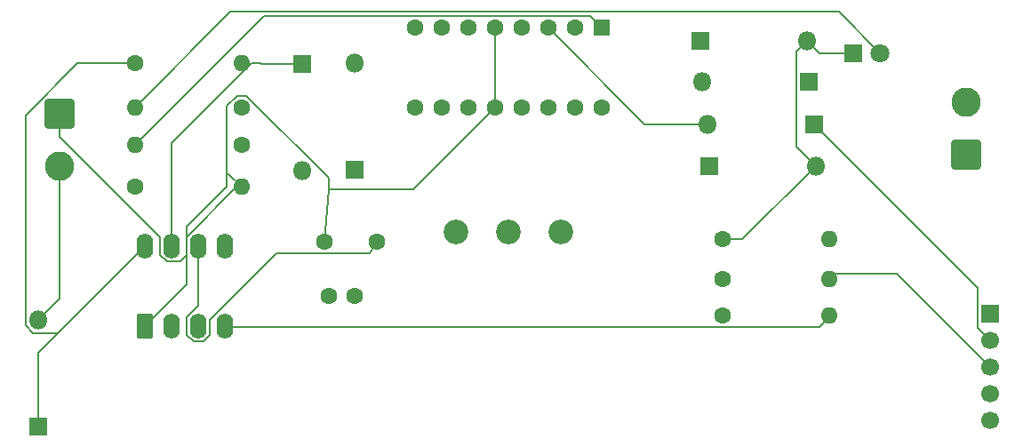
<source format=gbr>
%TF.GenerationSoftware,KiCad,Pcbnew,9.0.1*%
%TF.CreationDate,2025-06-19T22:00:47-04:00*%
%TF.ProjectId,fps555-v5.2,66707335-3535-42d7-9635-2e322e6b6963,rev?*%
%TF.SameCoordinates,Original*%
%TF.FileFunction,Copper,L2,Bot*%
%TF.FilePolarity,Positive*%
%FSLAX46Y46*%
G04 Gerber Fmt 4.6, Leading zero omitted, Abs format (unit mm)*
G04 Created by KiCad (PCBNEW 9.0.1) date 2025-06-19 22:00:47*
%MOMM*%
%LPD*%
G01*
G04 APERTURE LIST*
G04 Aperture macros list*
%AMRoundRect*
0 Rectangle with rounded corners*
0 $1 Rounding radius*
0 $2 $3 $4 $5 $6 $7 $8 $9 X,Y pos of 4 corners*
0 Add a 4 corners polygon primitive as box body*
4,1,4,$2,$3,$4,$5,$6,$7,$8,$9,$2,$3,0*
0 Add four circle primitives for the rounded corners*
1,1,$1+$1,$2,$3*
1,1,$1+$1,$4,$5*
1,1,$1+$1,$6,$7*
1,1,$1+$1,$8,$9*
0 Add four rect primitives between the rounded corners*
20,1,$1+$1,$2,$3,$4,$5,0*
20,1,$1+$1,$4,$5,$6,$7,0*
20,1,$1+$1,$6,$7,$8,$9,0*
20,1,$1+$1,$8,$9,$2,$3,0*%
G04 Aperture macros list end*
%TA.AperFunction,ComponentPad*%
%ADD10C,1.600000*%
%TD*%
%TA.AperFunction,ComponentPad*%
%ADD11R,1.800000X1.800000*%
%TD*%
%TA.AperFunction,ComponentPad*%
%ADD12O,1.800000X1.800000*%
%TD*%
%TA.AperFunction,ComponentPad*%
%ADD13RoundRect,0.250000X0.550000X-0.950000X0.550000X0.950000X-0.550000X0.950000X-0.550000X-0.950000X0*%
%TD*%
%TA.AperFunction,ComponentPad*%
%ADD14O,1.600000X2.400000*%
%TD*%
%TA.AperFunction,ComponentPad*%
%ADD15O,1.600000X1.600000*%
%TD*%
%TA.AperFunction,ComponentPad*%
%ADD16C,1.800000*%
%TD*%
%TA.AperFunction,ComponentPad*%
%ADD17RoundRect,0.250001X1.149999X-1.149999X1.149999X1.149999X-1.149999X1.149999X-1.149999X-1.149999X0*%
%TD*%
%TA.AperFunction,ComponentPad*%
%ADD18C,2.800000*%
%TD*%
%TA.AperFunction,ComponentPad*%
%ADD19R,1.700000X1.700000*%
%TD*%
%TA.AperFunction,ComponentPad*%
%ADD20C,1.700000*%
%TD*%
%TA.AperFunction,ComponentPad*%
%ADD21RoundRect,0.250000X-0.550000X0.550000X-0.550000X-0.550000X0.550000X-0.550000X0.550000X0.550000X0*%
%TD*%
%TA.AperFunction,ComponentPad*%
%ADD22RoundRect,0.250001X-1.149999X1.149999X-1.149999X-1.149999X1.149999X-1.149999X1.149999X1.149999X0*%
%TD*%
%TA.AperFunction,ComponentPad*%
%ADD23C,2.340000*%
%TD*%
%TA.AperFunction,Conductor*%
%ADD24C,0.200000*%
%TD*%
G04 APERTURE END LIST*
D10*
%TO.P,C2,1*%
%TO.N,Net-(U1-THR)*%
X89503900Y-76899000D03*
%TO.P,C2,2*%
%TO.N,GND*%
X84503900Y-76899000D03*
%TD*%
D11*
%TO.P,D6,1,K*%
%TO.N,Net-(D6-K)*%
X120394639Y-57737081D03*
D12*
%TO.P,D6,2,A*%
%TO.N,GND*%
X130554639Y-57737081D03*
%TD*%
D13*
%TO.P,U1,1,GND*%
%TO.N,GND*%
X67453900Y-84899000D03*
D14*
%TO.P,U1,2,TR*%
%TO.N,Net-(U1-THR)*%
X69993900Y-84899000D03*
%TO.P,U1,3,Q*%
%TO.N,Net-(U1-Q)*%
X72533900Y-84899000D03*
%TO.P,U1,4,R*%
%TO.N,Net-(U1-R)*%
X75073900Y-84899000D03*
%TO.P,U1,5,CV*%
%TO.N,Net-(U1-CV)*%
X75073900Y-77279000D03*
%TO.P,U1,6,THR*%
%TO.N,Net-(U1-THR)*%
X72533900Y-77279000D03*
%TO.P,U1,7,DIS*%
%TO.N,Net-(D2-K)*%
X69993900Y-77279000D03*
%TO.P,U1,8,VCC*%
%TO.N,VCC*%
X67453900Y-77279000D03*
%TD*%
D11*
%TO.P,D7,1,K*%
%TO.N,VCC*%
X130701552Y-61617072D03*
D12*
%TO.P,D7,2,A*%
%TO.N,Net-(D6-K)*%
X120541552Y-61617072D03*
%TD*%
D10*
%TO.P,R5,1*%
%TO.N,GND*%
X122453900Y-80399000D03*
D15*
%TO.P,R5,2*%
%TO.N,Net-(U2-2A)*%
X132613900Y-80399000D03*
%TD*%
D11*
%TO.P,D1,1,K*%
%TO.N,GND*%
X134913900Y-58899000D03*
D16*
%TO.P,D1,2,A*%
%TO.N,Net-(D1-A)*%
X137453900Y-58899000D03*
%TD*%
D10*
%TO.P,C1,1*%
%TO.N,Net-(U1-CV)*%
X84953900Y-82032326D03*
%TO.P,C1,2*%
%TO.N,GND*%
X87453900Y-82032326D03*
%TD*%
D17*
%TO.P,M1,1,+*%
%TO.N,Net-(D4-K)*%
X145639567Y-68551775D03*
D18*
%TO.P,M1,2,-*%
%TO.N,Net-(D6-K)*%
X145639567Y-63551775D03*
%TD*%
D19*
%TO.P,U3,1*%
%TO.N,Net-(U2-1A)*%
X147953900Y-83739000D03*
D20*
%TO.P,U3,2*%
%TO.N,VCC*%
X147953900Y-86279000D03*
%TO.P,U3,3*%
%TO.N,Net-(U2-2A)*%
X147953900Y-88819000D03*
%TO.P,U3,4*%
%TO.N,Net-(U1-R)*%
X147953900Y-91359000D03*
%TO.P,U3,5*%
%TO.N,VCC*%
X147953900Y-93899000D03*
%TD*%
D10*
%TO.P,R4,1*%
%TO.N,Net-(U2-EN1\u002C2)*%
X66497108Y-71666498D03*
D15*
%TO.P,R4,2*%
%TO.N,GND*%
X76657108Y-71666498D03*
%TD*%
D10*
%TO.P,R2,1*%
%TO.N,VCC*%
X66497108Y-59899000D03*
D15*
%TO.P,R2,2*%
%TO.N,Net-(D2-K)*%
X76657108Y-59899000D03*
%TD*%
D11*
%TO.P,D2,1,K*%
%TO.N,Net-(D2-K)*%
X82453900Y-59979000D03*
D12*
%TO.P,D2,2,A*%
%TO.N,Net-(D2-A)*%
X82453900Y-70139000D03*
%TD*%
D21*
%TO.P,U2,1,EN1\u002C2*%
%TO.N,Net-(U2-EN1\u002C2)*%
X110941579Y-56485660D03*
D10*
%TO.P,U2,2,1A*%
%TO.N,Net-(U2-1A)*%
X108401579Y-56485660D03*
%TO.P,U2,3,1Y*%
%TO.N,Net-(D4-K)*%
X105861579Y-56485660D03*
%TO.P,U2,4,GND*%
%TO.N,GND*%
X103321579Y-56485660D03*
%TO.P,U2,5,GND*%
X100781579Y-56485660D03*
%TO.P,U2,6,2Y*%
%TO.N,Net-(D6-K)*%
X98241579Y-56485660D03*
%TO.P,U2,7,2A*%
%TO.N,Net-(U2-2A)*%
X95701579Y-56485660D03*
%TO.P,U2,8,VCC2*%
%TO.N,VCC*%
X93161579Y-56485660D03*
%TO.P,U2,9,EN3\u002C4*%
%TO.N,unconnected-(U2-EN3\u002C4-Pad9)*%
X93161579Y-64105660D03*
%TO.P,U2,10,3A*%
%TO.N,unconnected-(U2-3A-Pad10)*%
X95701579Y-64105660D03*
%TO.P,U2,11,3Y*%
%TO.N,unconnected-(U2-3Y-Pad11)*%
X98241579Y-64105660D03*
%TO.P,U2,12,GND*%
%TO.N,GND*%
X100781579Y-64105660D03*
%TO.P,U2,13,GND*%
X103321579Y-64105660D03*
%TO.P,U2,14,4Y*%
%TO.N,unconnected-(U2-4Y-Pad14)*%
X105861579Y-64105660D03*
%TO.P,U2,15,4A*%
%TO.N,unconnected-(U2-4A-Pad15)*%
X108401579Y-64105660D03*
%TO.P,U2,16,VCC1*%
%TO.N,VCC*%
X110941579Y-64105660D03*
%TD*%
D12*
%TO.P,D8,2,A*%
%TO.N,+9V*%
X57259245Y-84359000D03*
D11*
%TO.P,D8,1,K*%
%TO.N,VCC*%
X57259245Y-94519000D03*
%TD*%
%TO.P,D4,1,K*%
%TO.N,Net-(D4-K)*%
X121158586Y-69666418D03*
D12*
%TO.P,D4,2,A*%
%TO.N,GND*%
X131318586Y-69666418D03*
%TD*%
D10*
%TO.P,R6,1*%
%TO.N,GND*%
X122453900Y-76659568D03*
D15*
%TO.P,R6,2*%
%TO.N,Net-(U2-1A)*%
X132613900Y-76659568D03*
%TD*%
D10*
%TO.P,R1,1*%
%TO.N,Net-(U1-Q)*%
X76657108Y-64070328D03*
D15*
%TO.P,R1,2*%
%TO.N,Net-(D1-A)*%
X66497108Y-64070328D03*
%TD*%
D10*
%TO.P,R7,1*%
%TO.N,GND*%
X122453900Y-83899000D03*
D15*
%TO.P,R7,2*%
%TO.N,Net-(U1-R)*%
X132613900Y-83899000D03*
%TD*%
D11*
%TO.P,D5,1,K*%
%TO.N,VCC*%
X131178053Y-65670384D03*
D12*
%TO.P,D5,2,A*%
%TO.N,Net-(D4-K)*%
X121018053Y-65670384D03*
%TD*%
D22*
%TO.P,J1,1,Pin_1*%
%TO.N,GND*%
X59332944Y-64693835D03*
D18*
%TO.P,J1,2,Pin_2*%
%TO.N,+9V*%
X59332944Y-69693835D03*
%TD*%
D10*
%TO.P,R3,1*%
%TO.N,Net-(U1-Q)*%
X76657108Y-67666498D03*
D15*
%TO.P,R3,2*%
%TO.N,Net-(U2-EN1\u002C2)*%
X66497108Y-67666498D03*
%TD*%
D23*
%TO.P,RV1,1,1*%
%TO.N,Net-(D2-A)*%
X97074328Y-75930214D03*
%TO.P,RV1,2,2*%
%TO.N,Net-(U1-THR)*%
X102074328Y-75930214D03*
%TO.P,RV1,3,3*%
%TO.N,Net-(D3-K)*%
X107074328Y-75930214D03*
%TD*%
D11*
%TO.P,D3,1,K*%
%TO.N,Net-(D3-K)*%
X87453900Y-69979000D03*
D12*
%TO.P,D3,2,A*%
%TO.N,Net-(D2-K)*%
X87453900Y-59819000D03*
%TD*%
D24*
%TO.N,VCC*%
X56761774Y-85560000D02*
X59172900Y-85560000D01*
X59172900Y-85560000D02*
X67453900Y-77279000D01*
X56058245Y-64882374D02*
X56058245Y-84856471D01*
X61041619Y-59899000D02*
X56058245Y-64882374D01*
X56058245Y-84856471D02*
X56761774Y-85560000D01*
X66497108Y-59899000D02*
X61041619Y-59899000D01*
X57259245Y-94519000D02*
X57259245Y-87473655D01*
X57259245Y-87473655D02*
X67453900Y-77279000D01*
X146802900Y-81295231D02*
X131178053Y-65670384D01*
X147953900Y-86279000D02*
X146802900Y-85128000D01*
X146802900Y-85128000D02*
X146802900Y-81295231D01*
%TO.N,GND*%
X76189353Y-71666498D02*
X76657108Y-71666498D01*
X71432900Y-76422951D02*
X76189353Y-71666498D01*
X71432900Y-78135049D02*
X71432900Y-76422951D01*
X70787949Y-78780000D02*
X71432900Y-78135049D01*
X69537851Y-78780000D02*
X70787949Y-78780000D01*
X68892900Y-78135049D02*
X69537851Y-78780000D01*
X68892900Y-76422951D02*
X68892900Y-78135049D01*
X59332944Y-66862995D02*
X68892900Y-76422951D01*
X59332944Y-64693835D02*
X59332944Y-66862995D01*
%TO.N,+9V*%
X57259245Y-84359000D02*
X59332944Y-82285301D01*
X59332944Y-82285301D02*
X59332944Y-69693835D01*
%TO.N,Net-(U1-R)*%
X132613900Y-84091780D02*
X132613900Y-83899000D01*
X131672918Y-85032762D02*
X132613900Y-84091780D01*
X75207662Y-85032762D02*
X131672918Y-85032762D01*
X75073900Y-84899000D02*
X75207662Y-85032762D01*
%TO.N,Net-(U2-2A)*%
X133113900Y-79899000D02*
X132613900Y-80399000D01*
X139033900Y-79899000D02*
X133113900Y-79899000D01*
X147953900Y-88819000D02*
X139033900Y-79899000D01*
%TO.N,GND*%
X75389610Y-70399000D02*
X75233819Y-70399000D01*
X75233819Y-70399000D02*
X75233819Y-63936567D01*
X76657108Y-71666498D02*
X75389610Y-70399000D01*
X84953900Y-71899000D02*
X84503900Y-76899000D01*
%TO.N,Net-(U1-THR)*%
X72533900Y-82941951D02*
X72533900Y-77279000D01*
X71432900Y-84042951D02*
X72533900Y-82941951D01*
X71432900Y-85755049D02*
X71432900Y-84042951D01*
X72989949Y-86400000D02*
X72077851Y-86400000D01*
X73634900Y-85755049D02*
X72989949Y-86400000D01*
X80000000Y-78000000D02*
X73634900Y-84365100D01*
X88852900Y-78000000D02*
X80000000Y-78000000D01*
X73634900Y-84365100D02*
X73634900Y-85755049D01*
X89503900Y-76899000D02*
X88852900Y-78000000D01*
X72077851Y-86400000D02*
X71432900Y-85755049D01*
%TO.N,GND*%
X100781579Y-56485660D02*
X100781579Y-64105660D01*
X75233819Y-63936567D02*
X76201058Y-62969328D01*
X131716558Y-58899000D02*
X130554639Y-57737081D01*
X71432900Y-75467417D02*
X71432900Y-80920000D01*
X129500552Y-58791168D02*
X129500552Y-67848384D01*
X76201058Y-62969328D02*
X77113158Y-62969328D01*
X71432900Y-80920000D02*
X67453900Y-84899000D01*
X122453900Y-76659568D02*
X124325436Y-76659568D01*
X84953900Y-71899000D02*
X92988239Y-71899000D01*
X75233819Y-71666498D02*
X75233819Y-70399000D01*
X134913900Y-58899000D02*
X131716558Y-58899000D01*
X130554639Y-57737081D02*
X129500552Y-58791168D01*
X124325436Y-76659568D02*
X131318586Y-69666418D01*
X75233819Y-71666498D02*
X71432900Y-75467417D01*
X129500552Y-67848384D02*
X131318586Y-69666418D01*
X77113158Y-62969328D02*
X84953900Y-70810070D01*
X92988239Y-71899000D02*
X100781579Y-64105660D01*
X84953900Y-70810070D02*
X84953900Y-71899000D01*
%TO.N,Net-(D1-A)*%
X137453900Y-58899000D02*
X133538560Y-54983660D01*
X75583776Y-54983660D02*
X66497108Y-64070328D01*
X133538560Y-54983660D02*
X75583776Y-54983660D01*
%TO.N,Net-(D2-K)*%
X78453900Y-59899000D02*
X78533900Y-59979000D01*
X77570277Y-59899000D02*
X78453900Y-59899000D01*
X78533900Y-59979000D02*
X82453900Y-59979000D01*
X69993900Y-67475377D02*
X69993900Y-77279000D01*
X77570277Y-59899000D02*
X69993900Y-67475377D01*
%TO.N,Net-(D4-K)*%
X115046303Y-65670384D02*
X121018053Y-65670384D01*
X105861579Y-56485660D02*
X115046303Y-65670384D01*
%TO.N,Net-(U2-EN1\u002C2)*%
X78778946Y-55384660D02*
X66497108Y-67666498D01*
X109840579Y-55384660D02*
X78778946Y-55384660D01*
X110941579Y-56485660D02*
X109840579Y-55384660D01*
%TD*%
M02*

</source>
